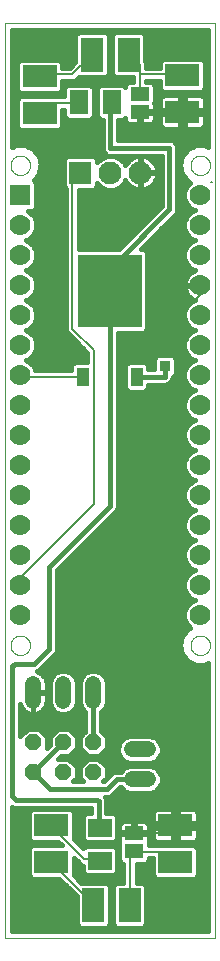
<source format=gtl>
G75*
%MOIN*%
%OFA0B0*%
%FSLAX25Y25*%
%IPPOS*%
%LPD*%
%AMOC8*
5,1,8,0,0,1.08239X$1,22.5*
%
%ADD10C,0.00000*%
%ADD11R,0.07000X0.07000*%
%ADD12C,0.07000*%
%ADD13R,0.07874X0.06299*%
%ADD14R,0.06299X0.07874*%
%ADD15R,0.21260X0.24409*%
%ADD16R,0.03937X0.06299*%
%ADD17R,0.11417X0.07480*%
%ADD18R,0.07480X0.11417*%
%ADD19R,0.07600X0.07600*%
%ADD20C,0.07600*%
%ADD21R,0.06300X0.04600*%
%ADD22C,0.05400*%
%ADD23OC8,0.05400*%
%ADD24C,0.00800*%
%ADD25C,0.01600*%
%ADD26R,0.03762X0.03762*%
D10*
X0001800Y0001800D02*
X0001800Y0306835D01*
X0071800Y0306835D01*
X0071800Y0001800D01*
X0001800Y0001800D01*
X0003550Y0099398D02*
X0003552Y0099511D01*
X0003558Y0099625D01*
X0003568Y0099738D01*
X0003582Y0099850D01*
X0003599Y0099962D01*
X0003621Y0100074D01*
X0003647Y0100184D01*
X0003676Y0100294D01*
X0003709Y0100402D01*
X0003746Y0100510D01*
X0003787Y0100615D01*
X0003831Y0100720D01*
X0003879Y0100823D01*
X0003930Y0100924D01*
X0003985Y0101023D01*
X0004044Y0101120D01*
X0004106Y0101215D01*
X0004171Y0101308D01*
X0004239Y0101399D01*
X0004310Y0101487D01*
X0004385Y0101573D01*
X0004462Y0101656D01*
X0004542Y0101736D01*
X0004625Y0101813D01*
X0004711Y0101888D01*
X0004799Y0101959D01*
X0004890Y0102027D01*
X0004983Y0102092D01*
X0005078Y0102154D01*
X0005175Y0102213D01*
X0005274Y0102268D01*
X0005375Y0102319D01*
X0005478Y0102367D01*
X0005583Y0102411D01*
X0005688Y0102452D01*
X0005796Y0102489D01*
X0005904Y0102522D01*
X0006014Y0102551D01*
X0006124Y0102577D01*
X0006236Y0102599D01*
X0006348Y0102616D01*
X0006460Y0102630D01*
X0006573Y0102640D01*
X0006687Y0102646D01*
X0006800Y0102648D01*
X0006913Y0102646D01*
X0007027Y0102640D01*
X0007140Y0102630D01*
X0007252Y0102616D01*
X0007364Y0102599D01*
X0007476Y0102577D01*
X0007586Y0102551D01*
X0007696Y0102522D01*
X0007804Y0102489D01*
X0007912Y0102452D01*
X0008017Y0102411D01*
X0008122Y0102367D01*
X0008225Y0102319D01*
X0008326Y0102268D01*
X0008425Y0102213D01*
X0008522Y0102154D01*
X0008617Y0102092D01*
X0008710Y0102027D01*
X0008801Y0101959D01*
X0008889Y0101888D01*
X0008975Y0101813D01*
X0009058Y0101736D01*
X0009138Y0101656D01*
X0009215Y0101573D01*
X0009290Y0101487D01*
X0009361Y0101399D01*
X0009429Y0101308D01*
X0009494Y0101215D01*
X0009556Y0101120D01*
X0009615Y0101023D01*
X0009670Y0100924D01*
X0009721Y0100823D01*
X0009769Y0100720D01*
X0009813Y0100615D01*
X0009854Y0100510D01*
X0009891Y0100402D01*
X0009924Y0100294D01*
X0009953Y0100184D01*
X0009979Y0100074D01*
X0010001Y0099962D01*
X0010018Y0099850D01*
X0010032Y0099738D01*
X0010042Y0099625D01*
X0010048Y0099511D01*
X0010050Y0099398D01*
X0010048Y0099285D01*
X0010042Y0099171D01*
X0010032Y0099058D01*
X0010018Y0098946D01*
X0010001Y0098834D01*
X0009979Y0098722D01*
X0009953Y0098612D01*
X0009924Y0098502D01*
X0009891Y0098394D01*
X0009854Y0098286D01*
X0009813Y0098181D01*
X0009769Y0098076D01*
X0009721Y0097973D01*
X0009670Y0097872D01*
X0009615Y0097773D01*
X0009556Y0097676D01*
X0009494Y0097581D01*
X0009429Y0097488D01*
X0009361Y0097397D01*
X0009290Y0097309D01*
X0009215Y0097223D01*
X0009138Y0097140D01*
X0009058Y0097060D01*
X0008975Y0096983D01*
X0008889Y0096908D01*
X0008801Y0096837D01*
X0008710Y0096769D01*
X0008617Y0096704D01*
X0008522Y0096642D01*
X0008425Y0096583D01*
X0008326Y0096528D01*
X0008225Y0096477D01*
X0008122Y0096429D01*
X0008017Y0096385D01*
X0007912Y0096344D01*
X0007804Y0096307D01*
X0007696Y0096274D01*
X0007586Y0096245D01*
X0007476Y0096219D01*
X0007364Y0096197D01*
X0007252Y0096180D01*
X0007140Y0096166D01*
X0007027Y0096156D01*
X0006913Y0096150D01*
X0006800Y0096148D01*
X0006687Y0096150D01*
X0006573Y0096156D01*
X0006460Y0096166D01*
X0006348Y0096180D01*
X0006236Y0096197D01*
X0006124Y0096219D01*
X0006014Y0096245D01*
X0005904Y0096274D01*
X0005796Y0096307D01*
X0005688Y0096344D01*
X0005583Y0096385D01*
X0005478Y0096429D01*
X0005375Y0096477D01*
X0005274Y0096528D01*
X0005175Y0096583D01*
X0005078Y0096642D01*
X0004983Y0096704D01*
X0004890Y0096769D01*
X0004799Y0096837D01*
X0004711Y0096908D01*
X0004625Y0096983D01*
X0004542Y0097060D01*
X0004462Y0097140D01*
X0004385Y0097223D01*
X0004310Y0097309D01*
X0004239Y0097397D01*
X0004171Y0097488D01*
X0004106Y0097581D01*
X0004044Y0097676D01*
X0003985Y0097773D01*
X0003930Y0097872D01*
X0003879Y0097973D01*
X0003831Y0098076D01*
X0003787Y0098181D01*
X0003746Y0098286D01*
X0003709Y0098394D01*
X0003676Y0098502D01*
X0003647Y0098612D01*
X0003621Y0098722D01*
X0003599Y0098834D01*
X0003582Y0098946D01*
X0003568Y0099058D01*
X0003558Y0099171D01*
X0003552Y0099285D01*
X0003550Y0099398D01*
X0003550Y0259398D02*
X0003552Y0259511D01*
X0003558Y0259625D01*
X0003568Y0259738D01*
X0003582Y0259850D01*
X0003599Y0259962D01*
X0003621Y0260074D01*
X0003647Y0260184D01*
X0003676Y0260294D01*
X0003709Y0260402D01*
X0003746Y0260510D01*
X0003787Y0260615D01*
X0003831Y0260720D01*
X0003879Y0260823D01*
X0003930Y0260924D01*
X0003985Y0261023D01*
X0004044Y0261120D01*
X0004106Y0261215D01*
X0004171Y0261308D01*
X0004239Y0261399D01*
X0004310Y0261487D01*
X0004385Y0261573D01*
X0004462Y0261656D01*
X0004542Y0261736D01*
X0004625Y0261813D01*
X0004711Y0261888D01*
X0004799Y0261959D01*
X0004890Y0262027D01*
X0004983Y0262092D01*
X0005078Y0262154D01*
X0005175Y0262213D01*
X0005274Y0262268D01*
X0005375Y0262319D01*
X0005478Y0262367D01*
X0005583Y0262411D01*
X0005688Y0262452D01*
X0005796Y0262489D01*
X0005904Y0262522D01*
X0006014Y0262551D01*
X0006124Y0262577D01*
X0006236Y0262599D01*
X0006348Y0262616D01*
X0006460Y0262630D01*
X0006573Y0262640D01*
X0006687Y0262646D01*
X0006800Y0262648D01*
X0006913Y0262646D01*
X0007027Y0262640D01*
X0007140Y0262630D01*
X0007252Y0262616D01*
X0007364Y0262599D01*
X0007476Y0262577D01*
X0007586Y0262551D01*
X0007696Y0262522D01*
X0007804Y0262489D01*
X0007912Y0262452D01*
X0008017Y0262411D01*
X0008122Y0262367D01*
X0008225Y0262319D01*
X0008326Y0262268D01*
X0008425Y0262213D01*
X0008522Y0262154D01*
X0008617Y0262092D01*
X0008710Y0262027D01*
X0008801Y0261959D01*
X0008889Y0261888D01*
X0008975Y0261813D01*
X0009058Y0261736D01*
X0009138Y0261656D01*
X0009215Y0261573D01*
X0009290Y0261487D01*
X0009361Y0261399D01*
X0009429Y0261308D01*
X0009494Y0261215D01*
X0009556Y0261120D01*
X0009615Y0261023D01*
X0009670Y0260924D01*
X0009721Y0260823D01*
X0009769Y0260720D01*
X0009813Y0260615D01*
X0009854Y0260510D01*
X0009891Y0260402D01*
X0009924Y0260294D01*
X0009953Y0260184D01*
X0009979Y0260074D01*
X0010001Y0259962D01*
X0010018Y0259850D01*
X0010032Y0259738D01*
X0010042Y0259625D01*
X0010048Y0259511D01*
X0010050Y0259398D01*
X0010048Y0259285D01*
X0010042Y0259171D01*
X0010032Y0259058D01*
X0010018Y0258946D01*
X0010001Y0258834D01*
X0009979Y0258722D01*
X0009953Y0258612D01*
X0009924Y0258502D01*
X0009891Y0258394D01*
X0009854Y0258286D01*
X0009813Y0258181D01*
X0009769Y0258076D01*
X0009721Y0257973D01*
X0009670Y0257872D01*
X0009615Y0257773D01*
X0009556Y0257676D01*
X0009494Y0257581D01*
X0009429Y0257488D01*
X0009361Y0257397D01*
X0009290Y0257309D01*
X0009215Y0257223D01*
X0009138Y0257140D01*
X0009058Y0257060D01*
X0008975Y0256983D01*
X0008889Y0256908D01*
X0008801Y0256837D01*
X0008710Y0256769D01*
X0008617Y0256704D01*
X0008522Y0256642D01*
X0008425Y0256583D01*
X0008326Y0256528D01*
X0008225Y0256477D01*
X0008122Y0256429D01*
X0008017Y0256385D01*
X0007912Y0256344D01*
X0007804Y0256307D01*
X0007696Y0256274D01*
X0007586Y0256245D01*
X0007476Y0256219D01*
X0007364Y0256197D01*
X0007252Y0256180D01*
X0007140Y0256166D01*
X0007027Y0256156D01*
X0006913Y0256150D01*
X0006800Y0256148D01*
X0006687Y0256150D01*
X0006573Y0256156D01*
X0006460Y0256166D01*
X0006348Y0256180D01*
X0006236Y0256197D01*
X0006124Y0256219D01*
X0006014Y0256245D01*
X0005904Y0256274D01*
X0005796Y0256307D01*
X0005688Y0256344D01*
X0005583Y0256385D01*
X0005478Y0256429D01*
X0005375Y0256477D01*
X0005274Y0256528D01*
X0005175Y0256583D01*
X0005078Y0256642D01*
X0004983Y0256704D01*
X0004890Y0256769D01*
X0004799Y0256837D01*
X0004711Y0256908D01*
X0004625Y0256983D01*
X0004542Y0257060D01*
X0004462Y0257140D01*
X0004385Y0257223D01*
X0004310Y0257309D01*
X0004239Y0257397D01*
X0004171Y0257488D01*
X0004106Y0257581D01*
X0004044Y0257676D01*
X0003985Y0257773D01*
X0003930Y0257872D01*
X0003879Y0257973D01*
X0003831Y0258076D01*
X0003787Y0258181D01*
X0003746Y0258286D01*
X0003709Y0258394D01*
X0003676Y0258502D01*
X0003647Y0258612D01*
X0003621Y0258722D01*
X0003599Y0258834D01*
X0003582Y0258946D01*
X0003568Y0259058D01*
X0003558Y0259171D01*
X0003552Y0259285D01*
X0003550Y0259398D01*
X0063550Y0259398D02*
X0063552Y0259511D01*
X0063558Y0259625D01*
X0063568Y0259738D01*
X0063582Y0259850D01*
X0063599Y0259962D01*
X0063621Y0260074D01*
X0063647Y0260184D01*
X0063676Y0260294D01*
X0063709Y0260402D01*
X0063746Y0260510D01*
X0063787Y0260615D01*
X0063831Y0260720D01*
X0063879Y0260823D01*
X0063930Y0260924D01*
X0063985Y0261023D01*
X0064044Y0261120D01*
X0064106Y0261215D01*
X0064171Y0261308D01*
X0064239Y0261399D01*
X0064310Y0261487D01*
X0064385Y0261573D01*
X0064462Y0261656D01*
X0064542Y0261736D01*
X0064625Y0261813D01*
X0064711Y0261888D01*
X0064799Y0261959D01*
X0064890Y0262027D01*
X0064983Y0262092D01*
X0065078Y0262154D01*
X0065175Y0262213D01*
X0065274Y0262268D01*
X0065375Y0262319D01*
X0065478Y0262367D01*
X0065583Y0262411D01*
X0065688Y0262452D01*
X0065796Y0262489D01*
X0065904Y0262522D01*
X0066014Y0262551D01*
X0066124Y0262577D01*
X0066236Y0262599D01*
X0066348Y0262616D01*
X0066460Y0262630D01*
X0066573Y0262640D01*
X0066687Y0262646D01*
X0066800Y0262648D01*
X0066913Y0262646D01*
X0067027Y0262640D01*
X0067140Y0262630D01*
X0067252Y0262616D01*
X0067364Y0262599D01*
X0067476Y0262577D01*
X0067586Y0262551D01*
X0067696Y0262522D01*
X0067804Y0262489D01*
X0067912Y0262452D01*
X0068017Y0262411D01*
X0068122Y0262367D01*
X0068225Y0262319D01*
X0068326Y0262268D01*
X0068425Y0262213D01*
X0068522Y0262154D01*
X0068617Y0262092D01*
X0068710Y0262027D01*
X0068801Y0261959D01*
X0068889Y0261888D01*
X0068975Y0261813D01*
X0069058Y0261736D01*
X0069138Y0261656D01*
X0069215Y0261573D01*
X0069290Y0261487D01*
X0069361Y0261399D01*
X0069429Y0261308D01*
X0069494Y0261215D01*
X0069556Y0261120D01*
X0069615Y0261023D01*
X0069670Y0260924D01*
X0069721Y0260823D01*
X0069769Y0260720D01*
X0069813Y0260615D01*
X0069854Y0260510D01*
X0069891Y0260402D01*
X0069924Y0260294D01*
X0069953Y0260184D01*
X0069979Y0260074D01*
X0070001Y0259962D01*
X0070018Y0259850D01*
X0070032Y0259738D01*
X0070042Y0259625D01*
X0070048Y0259511D01*
X0070050Y0259398D01*
X0070048Y0259285D01*
X0070042Y0259171D01*
X0070032Y0259058D01*
X0070018Y0258946D01*
X0070001Y0258834D01*
X0069979Y0258722D01*
X0069953Y0258612D01*
X0069924Y0258502D01*
X0069891Y0258394D01*
X0069854Y0258286D01*
X0069813Y0258181D01*
X0069769Y0258076D01*
X0069721Y0257973D01*
X0069670Y0257872D01*
X0069615Y0257773D01*
X0069556Y0257676D01*
X0069494Y0257581D01*
X0069429Y0257488D01*
X0069361Y0257397D01*
X0069290Y0257309D01*
X0069215Y0257223D01*
X0069138Y0257140D01*
X0069058Y0257060D01*
X0068975Y0256983D01*
X0068889Y0256908D01*
X0068801Y0256837D01*
X0068710Y0256769D01*
X0068617Y0256704D01*
X0068522Y0256642D01*
X0068425Y0256583D01*
X0068326Y0256528D01*
X0068225Y0256477D01*
X0068122Y0256429D01*
X0068017Y0256385D01*
X0067912Y0256344D01*
X0067804Y0256307D01*
X0067696Y0256274D01*
X0067586Y0256245D01*
X0067476Y0256219D01*
X0067364Y0256197D01*
X0067252Y0256180D01*
X0067140Y0256166D01*
X0067027Y0256156D01*
X0066913Y0256150D01*
X0066800Y0256148D01*
X0066687Y0256150D01*
X0066573Y0256156D01*
X0066460Y0256166D01*
X0066348Y0256180D01*
X0066236Y0256197D01*
X0066124Y0256219D01*
X0066014Y0256245D01*
X0065904Y0256274D01*
X0065796Y0256307D01*
X0065688Y0256344D01*
X0065583Y0256385D01*
X0065478Y0256429D01*
X0065375Y0256477D01*
X0065274Y0256528D01*
X0065175Y0256583D01*
X0065078Y0256642D01*
X0064983Y0256704D01*
X0064890Y0256769D01*
X0064799Y0256837D01*
X0064711Y0256908D01*
X0064625Y0256983D01*
X0064542Y0257060D01*
X0064462Y0257140D01*
X0064385Y0257223D01*
X0064310Y0257309D01*
X0064239Y0257397D01*
X0064171Y0257488D01*
X0064106Y0257581D01*
X0064044Y0257676D01*
X0063985Y0257773D01*
X0063930Y0257872D01*
X0063879Y0257973D01*
X0063831Y0258076D01*
X0063787Y0258181D01*
X0063746Y0258286D01*
X0063709Y0258394D01*
X0063676Y0258502D01*
X0063647Y0258612D01*
X0063621Y0258722D01*
X0063599Y0258834D01*
X0063582Y0258946D01*
X0063568Y0259058D01*
X0063558Y0259171D01*
X0063552Y0259285D01*
X0063550Y0259398D01*
X0063550Y0099398D02*
X0063552Y0099511D01*
X0063558Y0099625D01*
X0063568Y0099738D01*
X0063582Y0099850D01*
X0063599Y0099962D01*
X0063621Y0100074D01*
X0063647Y0100184D01*
X0063676Y0100294D01*
X0063709Y0100402D01*
X0063746Y0100510D01*
X0063787Y0100615D01*
X0063831Y0100720D01*
X0063879Y0100823D01*
X0063930Y0100924D01*
X0063985Y0101023D01*
X0064044Y0101120D01*
X0064106Y0101215D01*
X0064171Y0101308D01*
X0064239Y0101399D01*
X0064310Y0101487D01*
X0064385Y0101573D01*
X0064462Y0101656D01*
X0064542Y0101736D01*
X0064625Y0101813D01*
X0064711Y0101888D01*
X0064799Y0101959D01*
X0064890Y0102027D01*
X0064983Y0102092D01*
X0065078Y0102154D01*
X0065175Y0102213D01*
X0065274Y0102268D01*
X0065375Y0102319D01*
X0065478Y0102367D01*
X0065583Y0102411D01*
X0065688Y0102452D01*
X0065796Y0102489D01*
X0065904Y0102522D01*
X0066014Y0102551D01*
X0066124Y0102577D01*
X0066236Y0102599D01*
X0066348Y0102616D01*
X0066460Y0102630D01*
X0066573Y0102640D01*
X0066687Y0102646D01*
X0066800Y0102648D01*
X0066913Y0102646D01*
X0067027Y0102640D01*
X0067140Y0102630D01*
X0067252Y0102616D01*
X0067364Y0102599D01*
X0067476Y0102577D01*
X0067586Y0102551D01*
X0067696Y0102522D01*
X0067804Y0102489D01*
X0067912Y0102452D01*
X0068017Y0102411D01*
X0068122Y0102367D01*
X0068225Y0102319D01*
X0068326Y0102268D01*
X0068425Y0102213D01*
X0068522Y0102154D01*
X0068617Y0102092D01*
X0068710Y0102027D01*
X0068801Y0101959D01*
X0068889Y0101888D01*
X0068975Y0101813D01*
X0069058Y0101736D01*
X0069138Y0101656D01*
X0069215Y0101573D01*
X0069290Y0101487D01*
X0069361Y0101399D01*
X0069429Y0101308D01*
X0069494Y0101215D01*
X0069556Y0101120D01*
X0069615Y0101023D01*
X0069670Y0100924D01*
X0069721Y0100823D01*
X0069769Y0100720D01*
X0069813Y0100615D01*
X0069854Y0100510D01*
X0069891Y0100402D01*
X0069924Y0100294D01*
X0069953Y0100184D01*
X0069979Y0100074D01*
X0070001Y0099962D01*
X0070018Y0099850D01*
X0070032Y0099738D01*
X0070042Y0099625D01*
X0070048Y0099511D01*
X0070050Y0099398D01*
X0070048Y0099285D01*
X0070042Y0099171D01*
X0070032Y0099058D01*
X0070018Y0098946D01*
X0070001Y0098834D01*
X0069979Y0098722D01*
X0069953Y0098612D01*
X0069924Y0098502D01*
X0069891Y0098394D01*
X0069854Y0098286D01*
X0069813Y0098181D01*
X0069769Y0098076D01*
X0069721Y0097973D01*
X0069670Y0097872D01*
X0069615Y0097773D01*
X0069556Y0097676D01*
X0069494Y0097581D01*
X0069429Y0097488D01*
X0069361Y0097397D01*
X0069290Y0097309D01*
X0069215Y0097223D01*
X0069138Y0097140D01*
X0069058Y0097060D01*
X0068975Y0096983D01*
X0068889Y0096908D01*
X0068801Y0096837D01*
X0068710Y0096769D01*
X0068617Y0096704D01*
X0068522Y0096642D01*
X0068425Y0096583D01*
X0068326Y0096528D01*
X0068225Y0096477D01*
X0068122Y0096429D01*
X0068017Y0096385D01*
X0067912Y0096344D01*
X0067804Y0096307D01*
X0067696Y0096274D01*
X0067586Y0096245D01*
X0067476Y0096219D01*
X0067364Y0096197D01*
X0067252Y0096180D01*
X0067140Y0096166D01*
X0067027Y0096156D01*
X0066913Y0096150D01*
X0066800Y0096148D01*
X0066687Y0096150D01*
X0066573Y0096156D01*
X0066460Y0096166D01*
X0066348Y0096180D01*
X0066236Y0096197D01*
X0066124Y0096219D01*
X0066014Y0096245D01*
X0065904Y0096274D01*
X0065796Y0096307D01*
X0065688Y0096344D01*
X0065583Y0096385D01*
X0065478Y0096429D01*
X0065375Y0096477D01*
X0065274Y0096528D01*
X0065175Y0096583D01*
X0065078Y0096642D01*
X0064983Y0096704D01*
X0064890Y0096769D01*
X0064799Y0096837D01*
X0064711Y0096908D01*
X0064625Y0096983D01*
X0064542Y0097060D01*
X0064462Y0097140D01*
X0064385Y0097223D01*
X0064310Y0097309D01*
X0064239Y0097397D01*
X0064171Y0097488D01*
X0064106Y0097581D01*
X0064044Y0097676D01*
X0063985Y0097773D01*
X0063930Y0097872D01*
X0063879Y0097973D01*
X0063831Y0098076D01*
X0063787Y0098181D01*
X0063746Y0098286D01*
X0063709Y0098394D01*
X0063676Y0098502D01*
X0063647Y0098612D01*
X0063621Y0098722D01*
X0063599Y0098834D01*
X0063582Y0098946D01*
X0063568Y0099058D01*
X0063558Y0099171D01*
X0063552Y0099285D01*
X0063550Y0099398D01*
D11*
X0006800Y0249398D03*
D12*
X0006800Y0239398D03*
X0006800Y0229398D03*
X0006800Y0219398D03*
X0006800Y0209398D03*
X0006800Y0199398D03*
X0006800Y0189398D03*
X0006800Y0179398D03*
X0006800Y0169398D03*
X0006800Y0159398D03*
X0006800Y0149398D03*
X0006800Y0139398D03*
X0006800Y0129398D03*
X0006800Y0119398D03*
X0006800Y0109398D03*
X0066800Y0109398D03*
X0066800Y0119398D03*
X0066800Y0129398D03*
X0066800Y0139398D03*
X0066800Y0149398D03*
X0066800Y0159398D03*
X0066800Y0169398D03*
X0066800Y0179398D03*
X0066800Y0189398D03*
X0066800Y0199398D03*
X0066800Y0209398D03*
X0066800Y0219398D03*
X0066800Y0229398D03*
X0066800Y0239398D03*
X0066800Y0249398D03*
D13*
X0033430Y0038670D03*
X0033430Y0027646D03*
D14*
X0037312Y0280379D03*
X0026288Y0280379D03*
D15*
X0036619Y0217662D03*
D16*
X0045595Y0188922D03*
X0027643Y0188922D03*
D17*
X0013217Y0276800D03*
X0013217Y0289005D03*
X0060855Y0289398D03*
X0060855Y0277194D03*
X0058493Y0039398D03*
X0058493Y0027194D03*
X0017154Y0027194D03*
X0017154Y0039398D03*
D18*
X0031131Y0012824D03*
X0043335Y0012824D03*
X0042942Y0296288D03*
X0030737Y0296288D03*
D19*
X0026839Y0256918D03*
D20*
X0036839Y0256918D03*
X0046839Y0256918D03*
D21*
X0046682Y0277146D03*
X0046682Y0283146D03*
X0044713Y0036690D03*
X0044713Y0030690D03*
D22*
X0043982Y0054674D02*
X0049382Y0054674D01*
X0049382Y0064674D02*
X0043982Y0064674D01*
X0031091Y0080990D02*
X0031091Y0086390D01*
X0021091Y0086390D02*
X0021091Y0080990D01*
X0011091Y0080990D02*
X0011091Y0086390D01*
D23*
X0011091Y0067036D03*
X0011091Y0057036D03*
X0021091Y0057036D03*
X0021091Y0067036D03*
X0031091Y0067036D03*
X0031091Y0057036D03*
D24*
X0017800Y0038600D02*
X0028200Y0028200D01*
X0033000Y0028200D01*
X0033430Y0027646D01*
X0031400Y0013000D02*
X0031131Y0012824D01*
X0031400Y0013000D02*
X0017800Y0026600D01*
X0017154Y0027194D01*
X0017800Y0038600D02*
X0017154Y0039398D01*
X0007400Y0119400D02*
X0006800Y0119398D01*
X0007400Y0119400D02*
X0007400Y0122600D01*
X0031400Y0146600D01*
X0031400Y0197800D01*
X0024200Y0205000D01*
X0024200Y0253800D01*
X0026839Y0256918D01*
X0026600Y0256200D01*
X0024200Y0253800D01*
X0025800Y0280200D02*
X0026288Y0280379D01*
X0025800Y0280200D02*
X0017000Y0280200D01*
X0013217Y0276800D01*
X0013800Y0277000D01*
X0017000Y0280200D01*
X0013217Y0289005D02*
X0013800Y0289800D01*
X0024200Y0289800D01*
X0030600Y0296200D01*
X0030737Y0296288D01*
X0042942Y0296288D02*
X0043400Y0296200D01*
X0046600Y0293000D01*
X0046600Y0289800D01*
X0060200Y0289800D01*
X0060855Y0289398D01*
X0060200Y0277800D02*
X0060855Y0277194D01*
X0060200Y0277800D02*
X0047400Y0277800D01*
X0046682Y0277146D01*
X0046682Y0283146D02*
X0046600Y0283400D01*
X0046600Y0289800D01*
X0037000Y0217800D02*
X0036619Y0217662D01*
X0027400Y0189000D02*
X0027643Y0188922D01*
X0027400Y0189000D02*
X0007400Y0189000D01*
X0006800Y0189398D01*
X0045000Y0037000D02*
X0044713Y0036690D01*
X0045000Y0037000D02*
X0056200Y0037000D01*
X0057800Y0038600D01*
X0058493Y0039398D01*
X0058600Y0039400D01*
X0058600Y0208200D01*
X0066600Y0216200D01*
X0066600Y0218600D01*
X0066800Y0219398D01*
X0070300Y0253800D02*
X0070600Y0253800D01*
X0054600Y0030600D02*
X0045000Y0030600D01*
X0044713Y0030690D01*
X0044200Y0030600D01*
X0043400Y0029800D01*
X0043400Y0013000D01*
X0043335Y0012824D01*
X0057800Y0027400D02*
X0054600Y0030600D01*
X0057800Y0027400D02*
X0058493Y0027194D01*
D25*
X0059293Y0033858D02*
X0064439Y0033858D01*
X0064896Y0033981D01*
X0065307Y0034218D01*
X0065642Y0034553D01*
X0065879Y0034963D01*
X0066002Y0035421D01*
X0066002Y0038598D01*
X0059293Y0038598D01*
X0059293Y0033858D01*
X0059293Y0035369D02*
X0057693Y0035369D01*
X0057693Y0033858D02*
X0057693Y0038598D01*
X0059293Y0038598D01*
X0059293Y0040198D01*
X0066002Y0040198D01*
X0066002Y0043376D01*
X0065879Y0043833D01*
X0065642Y0044244D01*
X0065307Y0044579D01*
X0064896Y0044816D01*
X0064439Y0044939D01*
X0059293Y0044939D01*
X0059293Y0040198D01*
X0057693Y0040198D01*
X0057693Y0038598D01*
X0050984Y0038598D01*
X0050984Y0035421D01*
X0051107Y0034963D01*
X0051344Y0034553D01*
X0051679Y0034218D01*
X0052089Y0033981D01*
X0052547Y0033858D01*
X0057693Y0033858D01*
X0057693Y0036967D02*
X0059293Y0036967D01*
X0059293Y0038566D02*
X0057693Y0038566D01*
X0057693Y0040164D02*
X0049234Y0040164D01*
X0049304Y0040095D02*
X0048969Y0040430D01*
X0048558Y0040667D01*
X0048100Y0040790D01*
X0045063Y0040790D01*
X0045063Y0037040D01*
X0044363Y0037040D01*
X0044363Y0036340D01*
X0039763Y0036340D01*
X0039763Y0034153D01*
X0039852Y0033824D01*
X0039763Y0033735D01*
X0039763Y0027644D01*
X0040818Y0026590D01*
X0041200Y0026590D01*
X0041200Y0020332D01*
X0038850Y0020332D01*
X0037795Y0019278D01*
X0037795Y0006369D01*
X0038850Y0005315D01*
X0047821Y0005315D01*
X0048876Y0006369D01*
X0048876Y0019278D01*
X0047821Y0020332D01*
X0045600Y0020332D01*
X0045600Y0026590D01*
X0048609Y0026590D01*
X0049663Y0027644D01*
X0049663Y0028400D01*
X0050984Y0028400D01*
X0050984Y0022708D01*
X0052039Y0021654D01*
X0064947Y0021654D01*
X0066002Y0022708D01*
X0066002Y0031679D01*
X0064947Y0032734D01*
X0055577Y0032734D01*
X0055511Y0032800D01*
X0049663Y0032800D01*
X0049663Y0033735D01*
X0049575Y0033824D01*
X0049663Y0034153D01*
X0049663Y0036340D01*
X0045063Y0036340D01*
X0045063Y0037040D01*
X0049663Y0037040D01*
X0049663Y0039227D01*
X0049541Y0039685D01*
X0049304Y0040095D01*
X0049663Y0038566D02*
X0050984Y0038566D01*
X0050984Y0036967D02*
X0045063Y0036967D01*
X0044363Y0036967D02*
X0039167Y0036967D01*
X0039763Y0037040D02*
X0044363Y0037040D01*
X0044363Y0040790D01*
X0041326Y0040790D01*
X0040869Y0040667D01*
X0040458Y0040430D01*
X0040123Y0040095D01*
X0039886Y0039685D01*
X0039763Y0039227D01*
X0039763Y0037040D01*
X0039763Y0038566D02*
X0039167Y0038566D01*
X0039167Y0040164D02*
X0040192Y0040164D01*
X0039167Y0041763D02*
X0050984Y0041763D01*
X0050984Y0040198D02*
X0050984Y0043376D01*
X0051107Y0043833D01*
X0051344Y0044244D01*
X0051679Y0044579D01*
X0052089Y0044816D01*
X0052547Y0044939D01*
X0057693Y0044939D01*
X0057693Y0040198D01*
X0050984Y0040198D01*
X0050984Y0043361D02*
X0038371Y0043361D01*
X0038113Y0043620D02*
X0035502Y0043620D01*
X0035502Y0047986D01*
X0035163Y0048806D01*
X0036175Y0048806D01*
X0037131Y0049202D01*
X0037862Y0049934D01*
X0040003Y0052074D01*
X0040218Y0052074D01*
X0041433Y0050859D01*
X0043087Y0050174D01*
X0050277Y0050174D01*
X0051931Y0050859D01*
X0053197Y0052125D01*
X0053882Y0053779D01*
X0053882Y0055569D01*
X0053197Y0057223D01*
X0051931Y0058489D01*
X0050277Y0059174D01*
X0043087Y0059174D01*
X0041433Y0058489D01*
X0040218Y0057274D01*
X0038409Y0057274D01*
X0037453Y0056878D01*
X0034581Y0054006D01*
X0034425Y0054006D01*
X0035591Y0055172D01*
X0035591Y0058900D01*
X0032955Y0061536D01*
X0029227Y0061536D01*
X0026591Y0058900D01*
X0026591Y0055172D01*
X0027757Y0054006D01*
X0024425Y0054006D01*
X0025591Y0055172D01*
X0025591Y0058900D01*
X0022955Y0061536D01*
X0019268Y0061536D01*
X0020268Y0062536D01*
X0022955Y0062536D01*
X0025591Y0065172D01*
X0025591Y0068900D01*
X0022955Y0071536D01*
X0019227Y0071536D01*
X0016591Y0068900D01*
X0016591Y0066213D01*
X0015591Y0065213D01*
X0015591Y0068900D01*
X0012955Y0071536D01*
X0009227Y0071536D01*
X0006762Y0069071D01*
X0006762Y0079751D01*
X0006921Y0079262D01*
X0007243Y0078631D01*
X0007659Y0078058D01*
X0008160Y0077557D01*
X0008733Y0077141D01*
X0009364Y0076819D01*
X0010038Y0076601D01*
X0010737Y0076490D01*
X0010991Y0076490D01*
X0010991Y0083590D01*
X0011191Y0083590D01*
X0011191Y0076490D01*
X0011445Y0076490D01*
X0012145Y0076601D01*
X0012819Y0076819D01*
X0013450Y0077141D01*
X0014023Y0077557D01*
X0014524Y0078058D01*
X0014940Y0078631D01*
X0015262Y0079262D01*
X0015481Y0079936D01*
X0015591Y0080636D01*
X0015591Y0083590D01*
X0011191Y0083590D01*
X0011191Y0083790D01*
X0015591Y0083790D01*
X0015591Y0086744D01*
X0015481Y0087444D01*
X0015262Y0088117D01*
X0014940Y0088748D01*
X0014524Y0089321D01*
X0014023Y0089822D01*
X0013450Y0090238D01*
X0012819Y0090560D01*
X0012258Y0090742D01*
X0012722Y0090934D01*
X0013453Y0091666D01*
X0018571Y0096784D01*
X0018967Y0097740D01*
X0018967Y0124345D01*
X0038823Y0144201D01*
X0039219Y0145157D01*
X0039219Y0203657D01*
X0047994Y0203657D01*
X0049049Y0204712D01*
X0049049Y0230613D01*
X0047994Y0231667D01*
X0047155Y0231667D01*
X0058729Y0243241D01*
X0059124Y0244196D01*
X0059124Y0265703D01*
X0058729Y0266659D01*
X0057997Y0267390D01*
X0057042Y0267786D01*
X0039439Y0267786D01*
X0039439Y0274642D01*
X0041207Y0274642D01*
X0041732Y0275167D01*
X0041732Y0274609D01*
X0041855Y0274152D01*
X0042092Y0273741D01*
X0042427Y0273406D01*
X0042837Y0273169D01*
X0043295Y0273046D01*
X0046332Y0273046D01*
X0046332Y0276796D01*
X0047032Y0276796D01*
X0047032Y0273046D01*
X0050069Y0273046D01*
X0050527Y0273169D01*
X0050937Y0273406D01*
X0051272Y0273741D01*
X0051509Y0274152D01*
X0051632Y0274609D01*
X0051632Y0276796D01*
X0047032Y0276796D01*
X0047032Y0277496D01*
X0051632Y0277496D01*
X0051632Y0279683D01*
X0051544Y0280013D01*
X0051632Y0280101D01*
X0051632Y0286192D01*
X0050577Y0287246D01*
X0048800Y0287246D01*
X0048800Y0287600D01*
X0053346Y0287600D01*
X0053346Y0284913D01*
X0054401Y0283858D01*
X0067309Y0283858D01*
X0068364Y0284913D01*
X0068364Y0293884D01*
X0067309Y0294939D01*
X0054401Y0294939D01*
X0053346Y0293884D01*
X0053346Y0292000D01*
X0048800Y0292000D01*
X0048800Y0293911D01*
X0048482Y0294229D01*
X0048482Y0302742D01*
X0047427Y0303797D01*
X0038456Y0303797D01*
X0037402Y0302742D01*
X0037402Y0289834D01*
X0038456Y0288780D01*
X0044400Y0288780D01*
X0044400Y0287246D01*
X0042786Y0287246D01*
X0041732Y0286192D01*
X0041732Y0285591D01*
X0041207Y0286116D01*
X0033417Y0286116D01*
X0032362Y0285061D01*
X0032362Y0275696D01*
X0033417Y0274642D01*
X0034239Y0274642D01*
X0034239Y0264669D01*
X0034635Y0263713D01*
X0035367Y0262982D01*
X0036322Y0262586D01*
X0053924Y0262586D01*
X0053924Y0245790D01*
X0039801Y0231667D01*
X0026400Y0231667D01*
X0026400Y0251318D01*
X0031385Y0251318D01*
X0032439Y0252373D01*
X0032439Y0253399D01*
X0033667Y0252171D01*
X0035725Y0251318D01*
X0037953Y0251318D01*
X0040012Y0252171D01*
X0041587Y0253746D01*
X0041849Y0254378D01*
X0042050Y0253983D01*
X0042568Y0253270D01*
X0043191Y0252647D01*
X0043904Y0252129D01*
X0044690Y0251728D01*
X0045528Y0251456D01*
X0046399Y0251318D01*
X0046639Y0251318D01*
X0046639Y0256718D01*
X0047039Y0256718D01*
X0047039Y0251318D01*
X0047280Y0251318D01*
X0048151Y0251456D01*
X0048989Y0251728D01*
X0049774Y0252129D01*
X0050488Y0252647D01*
X0051111Y0253270D01*
X0051629Y0253983D01*
X0052029Y0254768D01*
X0052301Y0255607D01*
X0052439Y0256477D01*
X0052439Y0256718D01*
X0047039Y0256718D01*
X0047039Y0257118D01*
X0046639Y0257118D01*
X0046639Y0262518D01*
X0046399Y0262518D01*
X0045528Y0262380D01*
X0044690Y0262108D01*
X0043904Y0261708D01*
X0043191Y0261190D01*
X0042568Y0260566D01*
X0042050Y0259853D01*
X0041849Y0259458D01*
X0041587Y0260090D01*
X0040012Y0261666D01*
X0037953Y0262518D01*
X0035725Y0262518D01*
X0033667Y0261666D01*
X0032439Y0260438D01*
X0032439Y0261464D01*
X0031385Y0262518D01*
X0022294Y0262518D01*
X0021239Y0261464D01*
X0021239Y0252373D01*
X0022000Y0251612D01*
X0022000Y0204089D01*
X0023289Y0202800D01*
X0029200Y0196889D01*
X0029200Y0193872D01*
X0024928Y0193872D01*
X0023874Y0192817D01*
X0023874Y0191200D01*
X0011790Y0191200D01*
X0011293Y0192401D01*
X0009802Y0193892D01*
X0008578Y0194398D01*
X0009802Y0194905D01*
X0011293Y0196396D01*
X0012100Y0198344D01*
X0012100Y0200453D01*
X0011293Y0202401D01*
X0009802Y0203892D01*
X0008578Y0204398D01*
X0009802Y0204905D01*
X0011293Y0206396D01*
X0012100Y0208344D01*
X0012100Y0210453D01*
X0011293Y0212401D01*
X0009802Y0213892D01*
X0008578Y0214398D01*
X0009802Y0214905D01*
X0011293Y0216396D01*
X0012100Y0218344D01*
X0012100Y0220453D01*
X0011293Y0222401D01*
X0009802Y0223892D01*
X0008578Y0224398D01*
X0009802Y0224905D01*
X0011293Y0226396D01*
X0012100Y0228344D01*
X0012100Y0230453D01*
X0011293Y0232401D01*
X0009802Y0233892D01*
X0008578Y0234398D01*
X0009802Y0234905D01*
X0011293Y0236396D01*
X0012100Y0238344D01*
X0012100Y0240453D01*
X0011293Y0242401D01*
X0009802Y0243892D01*
X0009303Y0244098D01*
X0011046Y0244098D01*
X0012100Y0245153D01*
X0012100Y0253644D01*
X0011316Y0254428D01*
X0012927Y0256448D01*
X0013600Y0259398D01*
X0012927Y0262349D01*
X0011040Y0264715D01*
X0011040Y0264715D01*
X0008313Y0266028D01*
X0005287Y0266028D01*
X0004100Y0265456D01*
X0004100Y0304535D01*
X0069500Y0304535D01*
X0069500Y0265456D01*
X0068313Y0266028D01*
X0065287Y0266028D01*
X0062560Y0264715D01*
X0060673Y0262349D01*
X0060673Y0262349D01*
X0060000Y0259398D01*
X0060673Y0256448D01*
X0062560Y0254082D01*
X0062560Y0254082D01*
X0063524Y0253618D01*
X0062307Y0252401D01*
X0061500Y0250453D01*
X0061500Y0248344D01*
X0062307Y0246396D01*
X0063798Y0244905D01*
X0065022Y0244398D01*
X0063798Y0243892D01*
X0062307Y0242401D01*
X0061500Y0240453D01*
X0061500Y0238344D01*
X0062307Y0236396D01*
X0063798Y0234905D01*
X0065022Y0234398D01*
X0063798Y0233892D01*
X0062307Y0232401D01*
X0061500Y0230453D01*
X0061500Y0228344D01*
X0062307Y0226396D01*
X0063798Y0224905D01*
X0065028Y0224396D01*
X0064766Y0224310D01*
X0064022Y0223931D01*
X0063347Y0223441D01*
X0062757Y0222851D01*
X0062267Y0222176D01*
X0061888Y0221433D01*
X0061630Y0220640D01*
X0061500Y0219816D01*
X0061500Y0219498D01*
X0066700Y0219498D01*
X0066700Y0219298D01*
X0061500Y0219298D01*
X0061500Y0218981D01*
X0061630Y0218157D01*
X0061888Y0217364D01*
X0062267Y0216621D01*
X0062757Y0215946D01*
X0063347Y0215356D01*
X0064022Y0214865D01*
X0064766Y0214487D01*
X0065028Y0214401D01*
X0063798Y0213892D01*
X0062307Y0212401D01*
X0061500Y0210453D01*
X0061500Y0208344D01*
X0062307Y0206396D01*
X0063798Y0204905D01*
X0065022Y0204398D01*
X0063798Y0203892D01*
X0062307Y0202401D01*
X0061500Y0200453D01*
X0061500Y0198344D01*
X0062307Y0196396D01*
X0063798Y0194905D01*
X0065022Y0194398D01*
X0063798Y0193892D01*
X0062307Y0192401D01*
X0061500Y0190453D01*
X0061500Y0188344D01*
X0062307Y0186396D01*
X0063798Y0184905D01*
X0065022Y0184398D01*
X0063798Y0183892D01*
X0062307Y0182401D01*
X0061500Y0180453D01*
X0061500Y0178344D01*
X0062307Y0176396D01*
X0063798Y0174905D01*
X0065022Y0174398D01*
X0063798Y0173892D01*
X0062307Y0172401D01*
X0061500Y0170453D01*
X0061500Y0168344D01*
X0062307Y0166396D01*
X0063798Y0164905D01*
X0065022Y0164398D01*
X0063798Y0163892D01*
X0062307Y0162401D01*
X0061500Y0160453D01*
X0061500Y0158344D01*
X0062307Y0156396D01*
X0063798Y0154905D01*
X0065022Y0154398D01*
X0063798Y0153892D01*
X0062307Y0152401D01*
X0061500Y0150453D01*
X0061500Y0148344D01*
X0062307Y0146396D01*
X0063798Y0144905D01*
X0065022Y0144398D01*
X0063798Y0143892D01*
X0062307Y0142401D01*
X0061500Y0140453D01*
X0061500Y0138344D01*
X0062307Y0136396D01*
X0063798Y0134905D01*
X0065022Y0134398D01*
X0063798Y0133892D01*
X0062307Y0132401D01*
X0061500Y0130453D01*
X0061500Y0128344D01*
X0062307Y0126396D01*
X0063798Y0124905D01*
X0065022Y0124398D01*
X0063798Y0123892D01*
X0062307Y0122401D01*
X0061500Y0120453D01*
X0061500Y0118344D01*
X0062307Y0116396D01*
X0063798Y0114905D01*
X0065022Y0114398D01*
X0063798Y0113892D01*
X0062307Y0112401D01*
X0061500Y0110453D01*
X0061500Y0108344D01*
X0062307Y0106396D01*
X0063524Y0105179D01*
X0062560Y0104715D01*
X0060673Y0102349D01*
X0060673Y0102349D01*
X0060000Y0099398D01*
X0060673Y0096448D01*
X0060673Y0096448D01*
X0062560Y0094082D01*
X0065287Y0092769D01*
X0068313Y0092769D01*
X0069500Y0093340D01*
X0069500Y0004100D01*
X0004100Y0004100D01*
X0004100Y0045564D01*
X0004826Y0045263D01*
X0030302Y0045263D01*
X0030302Y0043620D01*
X0028747Y0043620D01*
X0027693Y0042565D01*
X0027693Y0034775D01*
X0028747Y0033720D01*
X0038113Y0033720D01*
X0039167Y0034775D01*
X0039167Y0042565D01*
X0038113Y0043620D01*
X0037684Y0049755D02*
X0069500Y0049755D01*
X0069500Y0048157D02*
X0035432Y0048157D01*
X0035502Y0046558D02*
X0069500Y0046558D01*
X0069500Y0044960D02*
X0035502Y0044960D01*
X0035658Y0051406D02*
X0016721Y0051406D01*
X0011091Y0057036D01*
X0021091Y0067036D01*
X0022962Y0062543D02*
X0029220Y0062543D01*
X0029227Y0062536D02*
X0032955Y0062536D01*
X0035591Y0065172D01*
X0035591Y0068900D01*
X0033691Y0070800D01*
X0033691Y0077226D01*
X0034906Y0078441D01*
X0035591Y0080095D01*
X0035591Y0087285D01*
X0034906Y0088939D01*
X0033640Y0090205D01*
X0031986Y0090890D01*
X0030196Y0090890D01*
X0028542Y0090205D01*
X0027276Y0088939D01*
X0026591Y0087285D01*
X0026591Y0080095D01*
X0027276Y0078441D01*
X0028491Y0077226D01*
X0028491Y0070800D01*
X0026591Y0068900D01*
X0026591Y0065172D01*
X0029227Y0062536D01*
X0028636Y0060945D02*
X0023547Y0060945D01*
X0024561Y0064142D02*
X0027622Y0064142D01*
X0026591Y0065740D02*
X0025591Y0065740D01*
X0025591Y0067339D02*
X0026591Y0067339D01*
X0026629Y0068937D02*
X0025554Y0068937D01*
X0023956Y0070536D02*
X0028227Y0070536D01*
X0028491Y0072134D02*
X0006762Y0072134D01*
X0006762Y0070536D02*
X0008227Y0070536D01*
X0006762Y0073733D02*
X0028491Y0073733D01*
X0028491Y0075332D02*
X0006762Y0075332D01*
X0006762Y0076930D02*
X0009147Y0076930D01*
X0007317Y0078529D02*
X0006762Y0078529D01*
X0004162Y0092351D02*
X0004162Y0049044D01*
X0005343Y0047863D01*
X0032509Y0047863D01*
X0032902Y0047469D01*
X0032902Y0039198D01*
X0033430Y0038670D01*
X0030302Y0044960D02*
X0004100Y0044960D01*
X0004100Y0043361D02*
X0009646Y0043361D01*
X0009646Y0043884D02*
X0009646Y0034913D01*
X0010700Y0033858D01*
X0019430Y0033858D01*
X0020555Y0032734D01*
X0010700Y0032734D01*
X0009646Y0031679D01*
X0009646Y0022708D01*
X0010700Y0021654D01*
X0019635Y0021654D01*
X0025591Y0015698D01*
X0025591Y0006369D01*
X0026645Y0005315D01*
X0035616Y0005315D01*
X0036671Y0006369D01*
X0036671Y0019278D01*
X0035616Y0020332D01*
X0027179Y0020332D01*
X0024663Y0022848D01*
X0024663Y0028626D01*
X0027289Y0026000D01*
X0027693Y0026000D01*
X0027693Y0023751D01*
X0028747Y0022697D01*
X0038113Y0022697D01*
X0039167Y0023751D01*
X0039167Y0031542D01*
X0038113Y0032596D01*
X0028747Y0032596D01*
X0027831Y0031680D01*
X0024631Y0034880D01*
X0024663Y0034913D01*
X0024663Y0043884D01*
X0023609Y0044939D01*
X0010700Y0044939D01*
X0009646Y0043884D01*
X0009646Y0041763D02*
X0004100Y0041763D01*
X0004100Y0040164D02*
X0009646Y0040164D01*
X0009646Y0038566D02*
X0004100Y0038566D01*
X0004100Y0036967D02*
X0009646Y0036967D01*
X0009646Y0035369D02*
X0004100Y0035369D01*
X0004100Y0033770D02*
X0019518Y0033770D01*
X0020307Y0020982D02*
X0004100Y0020982D01*
X0004100Y0019384D02*
X0021905Y0019384D01*
X0023504Y0017785D02*
X0004100Y0017785D01*
X0004100Y0016187D02*
X0025102Y0016187D01*
X0025591Y0014588D02*
X0004100Y0014588D01*
X0004100Y0012990D02*
X0025591Y0012990D01*
X0025591Y0011391D02*
X0004100Y0011391D01*
X0004100Y0009793D02*
X0025591Y0009793D01*
X0025591Y0008194D02*
X0004100Y0008194D01*
X0004100Y0006596D02*
X0025591Y0006596D01*
X0026529Y0020982D02*
X0041200Y0020982D01*
X0041200Y0022581D02*
X0024931Y0022581D01*
X0024663Y0024179D02*
X0027693Y0024179D01*
X0027693Y0025778D02*
X0024663Y0025778D01*
X0024663Y0027376D02*
X0025913Y0027376D01*
X0027340Y0032172D02*
X0028323Y0032172D01*
X0028698Y0033770D02*
X0025741Y0033770D01*
X0024663Y0035369D02*
X0027693Y0035369D01*
X0027693Y0036967D02*
X0024663Y0036967D01*
X0024663Y0038566D02*
X0027693Y0038566D01*
X0027693Y0040164D02*
X0024663Y0040164D01*
X0024663Y0041763D02*
X0027693Y0041763D01*
X0028489Y0043361D02*
X0024663Y0043361D01*
X0024970Y0054551D02*
X0027213Y0054551D01*
X0026591Y0056149D02*
X0025591Y0056149D01*
X0025591Y0057748D02*
X0026591Y0057748D01*
X0027038Y0059346D02*
X0025145Y0059346D01*
X0021986Y0076490D02*
X0023640Y0077175D01*
X0024906Y0078441D01*
X0025591Y0080095D01*
X0025591Y0087285D01*
X0024906Y0088939D01*
X0023640Y0090205D01*
X0021986Y0090890D01*
X0020196Y0090890D01*
X0018542Y0090205D01*
X0017276Y0088939D01*
X0016591Y0087285D01*
X0016591Y0080095D01*
X0017276Y0078441D01*
X0018542Y0077175D01*
X0020196Y0076490D01*
X0021986Y0076490D01*
X0023049Y0076930D02*
X0028491Y0076930D01*
X0027240Y0078529D02*
X0024943Y0078529D01*
X0025591Y0080127D02*
X0026591Y0080127D01*
X0026591Y0081726D02*
X0025591Y0081726D01*
X0025591Y0083324D02*
X0026591Y0083324D01*
X0026591Y0084923D02*
X0025591Y0084923D01*
X0025591Y0086521D02*
X0026591Y0086521D01*
X0026937Y0088120D02*
X0025246Y0088120D01*
X0024127Y0089718D02*
X0028056Y0089718D01*
X0031091Y0083690D02*
X0031091Y0067036D01*
X0032963Y0062543D02*
X0039994Y0062543D01*
X0040167Y0062125D02*
X0041433Y0060859D01*
X0043087Y0060174D01*
X0050277Y0060174D01*
X0051931Y0060859D01*
X0053197Y0062125D01*
X0053882Y0063779D01*
X0053882Y0065569D01*
X0053197Y0067223D01*
X0051931Y0068489D01*
X0050277Y0069174D01*
X0043087Y0069174D01*
X0041433Y0068489D01*
X0040167Y0067223D01*
X0039482Y0065569D01*
X0039482Y0063779D01*
X0040167Y0062125D01*
X0039482Y0064142D02*
X0034561Y0064142D01*
X0035591Y0065740D02*
X0039553Y0065740D01*
X0040283Y0067339D02*
X0035591Y0067339D01*
X0035554Y0068937D02*
X0042516Y0068937D01*
X0041347Y0060945D02*
X0033547Y0060945D01*
X0034970Y0054551D02*
X0035126Y0054551D01*
X0035591Y0056149D02*
X0036724Y0056149D01*
X0035591Y0057748D02*
X0040692Y0057748D01*
X0038926Y0054674D02*
X0035658Y0051406D01*
X0035145Y0059346D02*
X0069500Y0059346D01*
X0069500Y0057748D02*
X0052672Y0057748D01*
X0053642Y0056149D02*
X0069500Y0056149D01*
X0069500Y0054551D02*
X0053882Y0054551D01*
X0053540Y0052952D02*
X0069500Y0052952D01*
X0069500Y0051354D02*
X0052426Y0051354D01*
X0052017Y0060945D02*
X0069500Y0060945D01*
X0069500Y0062543D02*
X0053370Y0062543D01*
X0053882Y0064142D02*
X0069500Y0064142D01*
X0069500Y0065740D02*
X0053811Y0065740D01*
X0053081Y0067339D02*
X0069500Y0067339D01*
X0069500Y0068937D02*
X0050848Y0068937D01*
X0046682Y0054674D02*
X0038926Y0054674D01*
X0039283Y0051354D02*
X0040938Y0051354D01*
X0044363Y0040164D02*
X0045063Y0040164D01*
X0045063Y0038566D02*
X0044363Y0038566D01*
X0045600Y0025778D02*
X0050984Y0025778D01*
X0050984Y0027376D02*
X0049395Y0027376D01*
X0050984Y0024179D02*
X0045600Y0024179D01*
X0045600Y0022581D02*
X0051112Y0022581D01*
X0048770Y0019384D02*
X0069500Y0019384D01*
X0069500Y0020982D02*
X0045600Y0020982D01*
X0048876Y0017785D02*
X0069500Y0017785D01*
X0069500Y0016187D02*
X0048876Y0016187D01*
X0048876Y0014588D02*
X0069500Y0014588D01*
X0069500Y0012990D02*
X0048876Y0012990D01*
X0048876Y0011391D02*
X0069500Y0011391D01*
X0069500Y0009793D02*
X0048876Y0009793D01*
X0048876Y0008194D02*
X0069500Y0008194D01*
X0069500Y0006596D02*
X0048876Y0006596D01*
X0049628Y0033770D02*
X0069500Y0033770D01*
X0069500Y0032172D02*
X0065509Y0032172D01*
X0066002Y0030573D02*
X0069500Y0030573D01*
X0069500Y0028975D02*
X0066002Y0028975D01*
X0066002Y0027376D02*
X0069500Y0027376D01*
X0069500Y0025778D02*
X0066002Y0025778D01*
X0066002Y0024179D02*
X0069500Y0024179D01*
X0069500Y0022581D02*
X0065874Y0022581D01*
X0065987Y0035369D02*
X0069500Y0035369D01*
X0069500Y0036967D02*
X0066002Y0036967D01*
X0066002Y0038566D02*
X0069500Y0038566D01*
X0069500Y0040164D02*
X0059293Y0040164D01*
X0059293Y0041763D02*
X0057693Y0041763D01*
X0057693Y0043361D02*
X0059293Y0043361D01*
X0066002Y0043361D02*
X0069500Y0043361D01*
X0069500Y0041763D02*
X0066002Y0041763D01*
X0069500Y0070536D02*
X0033956Y0070536D01*
X0033691Y0072134D02*
X0069500Y0072134D01*
X0069500Y0073733D02*
X0033691Y0073733D01*
X0033691Y0075332D02*
X0069500Y0075332D01*
X0069500Y0076930D02*
X0033691Y0076930D01*
X0034943Y0078529D02*
X0069500Y0078529D01*
X0069500Y0080127D02*
X0035591Y0080127D01*
X0035591Y0081726D02*
X0069500Y0081726D01*
X0069500Y0083324D02*
X0035591Y0083324D01*
X0035591Y0084923D02*
X0069500Y0084923D01*
X0069500Y0086521D02*
X0035591Y0086521D01*
X0035246Y0088120D02*
X0069500Y0088120D01*
X0069500Y0089718D02*
X0034127Y0089718D01*
X0024303Y0129681D02*
X0061500Y0129681D01*
X0061608Y0128082D02*
X0022704Y0128082D01*
X0021106Y0126484D02*
X0062271Y0126484D01*
X0061842Y0131279D02*
X0025901Y0131279D01*
X0027500Y0132878D02*
X0062784Y0132878D01*
X0062628Y0136075D02*
X0030697Y0136075D01*
X0032295Y0137673D02*
X0061778Y0137673D01*
X0061500Y0139272D02*
X0033894Y0139272D01*
X0035492Y0140870D02*
X0061673Y0140870D01*
X0062375Y0142469D02*
X0037091Y0142469D01*
X0036619Y0145674D02*
X0016367Y0125422D01*
X0016367Y0098257D01*
X0011249Y0093139D01*
X0004950Y0093139D01*
X0004162Y0092351D01*
X0010991Y0083324D02*
X0011191Y0083324D01*
X0011191Y0081726D02*
X0010991Y0081726D01*
X0010991Y0080127D02*
X0011191Y0080127D01*
X0011191Y0078529D02*
X0010991Y0078529D01*
X0010991Y0076930D02*
X0011191Y0076930D01*
X0013036Y0076930D02*
X0019133Y0076930D01*
X0018227Y0070536D02*
X0013956Y0070536D01*
X0015554Y0068937D02*
X0016629Y0068937D01*
X0016591Y0067339D02*
X0015591Y0067339D01*
X0015591Y0065740D02*
X0016119Y0065740D01*
X0017240Y0078529D02*
X0014865Y0078529D01*
X0015511Y0080127D02*
X0016591Y0080127D01*
X0016591Y0081726D02*
X0015591Y0081726D01*
X0015591Y0083324D02*
X0016591Y0083324D01*
X0016591Y0084923D02*
X0015591Y0084923D01*
X0015591Y0086521D02*
X0016591Y0086521D01*
X0016937Y0088120D02*
X0015260Y0088120D01*
X0014127Y0089718D02*
X0018056Y0089718D01*
X0016301Y0094514D02*
X0062216Y0094514D01*
X0062560Y0094082D02*
X0062560Y0094082D01*
X0060941Y0096112D02*
X0017899Y0096112D01*
X0018955Y0097711D02*
X0060385Y0097711D01*
X0060020Y0099309D02*
X0018967Y0099309D01*
X0018967Y0100908D02*
X0060344Y0100908D01*
X0060799Y0102506D02*
X0018967Y0102506D01*
X0018967Y0104105D02*
X0062074Y0104105D01*
X0062560Y0104715D02*
X0062560Y0104715D01*
X0062560Y0104715D01*
X0063000Y0105703D02*
X0018967Y0105703D01*
X0018967Y0107302D02*
X0061932Y0107302D01*
X0061500Y0108900D02*
X0018967Y0108900D01*
X0018967Y0110499D02*
X0061519Y0110499D01*
X0062181Y0112097D02*
X0018967Y0112097D01*
X0018967Y0113696D02*
X0063602Y0113696D01*
X0063409Y0115294D02*
X0018967Y0115294D01*
X0018967Y0116893D02*
X0062101Y0116893D01*
X0061500Y0118491D02*
X0018967Y0118491D01*
X0018967Y0120090D02*
X0061500Y0120090D01*
X0062012Y0121688D02*
X0018967Y0121688D01*
X0018967Y0123287D02*
X0063193Y0123287D01*
X0063846Y0124885D02*
X0019507Y0124885D01*
X0014702Y0092915D02*
X0064983Y0092915D01*
X0068617Y0092915D02*
X0069500Y0092915D01*
X0069500Y0091317D02*
X0013104Y0091317D01*
X0010138Y0032172D02*
X0004100Y0032172D01*
X0004100Y0030573D02*
X0009646Y0030573D01*
X0009646Y0028975D02*
X0004100Y0028975D01*
X0004100Y0027376D02*
X0009646Y0027376D01*
X0009646Y0025778D02*
X0004100Y0025778D01*
X0004100Y0024179D02*
X0009646Y0024179D01*
X0009773Y0022581D02*
X0004100Y0022581D01*
X0004100Y0004997D02*
X0069500Y0004997D01*
X0050998Y0035369D02*
X0049663Y0035369D01*
X0041200Y0025778D02*
X0039167Y0025778D01*
X0039167Y0027376D02*
X0040031Y0027376D01*
X0039763Y0028975D02*
X0039167Y0028975D01*
X0039167Y0030573D02*
X0039763Y0030573D01*
X0039763Y0032172D02*
X0038537Y0032172D01*
X0038162Y0033770D02*
X0039798Y0033770D01*
X0039763Y0035369D02*
X0039167Y0035369D01*
X0039167Y0024179D02*
X0041200Y0024179D01*
X0037901Y0019384D02*
X0036565Y0019384D01*
X0036671Y0017785D02*
X0037795Y0017785D01*
X0037795Y0016187D02*
X0036671Y0016187D01*
X0036671Y0014588D02*
X0037795Y0014588D01*
X0037795Y0012990D02*
X0036671Y0012990D01*
X0036671Y0011391D02*
X0037795Y0011391D01*
X0037795Y0009793D02*
X0036671Y0009793D01*
X0036671Y0008194D02*
X0037795Y0008194D01*
X0037795Y0006596D02*
X0036671Y0006596D01*
X0029098Y0134476D02*
X0064833Y0134476D01*
X0064223Y0144068D02*
X0038689Y0144068D01*
X0039219Y0145666D02*
X0063037Y0145666D01*
X0061947Y0147265D02*
X0039219Y0147265D01*
X0039219Y0148863D02*
X0061500Y0148863D01*
X0061504Y0150462D02*
X0039219Y0150462D01*
X0039219Y0152060D02*
X0062166Y0152060D01*
X0063446Y0155257D02*
X0039219Y0155257D01*
X0039219Y0153659D02*
X0063565Y0153659D01*
X0062117Y0156856D02*
X0039219Y0156856D01*
X0039219Y0158454D02*
X0061500Y0158454D01*
X0061500Y0160053D02*
X0039219Y0160053D01*
X0039219Y0161651D02*
X0061996Y0161651D01*
X0062286Y0166447D02*
X0039219Y0166447D01*
X0039219Y0168045D02*
X0061624Y0168045D01*
X0061500Y0169644D02*
X0039219Y0169644D01*
X0039219Y0171242D02*
X0061827Y0171242D01*
X0062747Y0172841D02*
X0039219Y0172841D01*
X0039219Y0174439D02*
X0064923Y0174439D01*
X0062665Y0176038D02*
X0039219Y0176038D01*
X0039219Y0177636D02*
X0061793Y0177636D01*
X0061500Y0179235D02*
X0039219Y0179235D01*
X0039219Y0180833D02*
X0061658Y0180833D01*
X0062338Y0182432D02*
X0039219Y0182432D01*
X0039219Y0184030D02*
X0042823Y0184030D01*
X0042881Y0183972D02*
X0048309Y0183972D01*
X0049364Y0185027D01*
X0049364Y0186322D01*
X0055467Y0186322D01*
X0056422Y0186718D01*
X0057154Y0187449D01*
X0057550Y0188405D01*
X0057550Y0188670D01*
X0057576Y0188670D01*
X0058631Y0189724D01*
X0058631Y0194978D01*
X0057576Y0196032D01*
X0052323Y0196032D01*
X0051269Y0194978D01*
X0051269Y0191522D01*
X0049364Y0191522D01*
X0049364Y0192817D01*
X0048309Y0193872D01*
X0042881Y0193872D01*
X0041827Y0192817D01*
X0041827Y0185027D01*
X0042881Y0183972D01*
X0041827Y0185629D02*
X0039219Y0185629D01*
X0039219Y0187227D02*
X0041827Y0187227D01*
X0041827Y0188826D02*
X0039219Y0188826D01*
X0039219Y0190424D02*
X0041827Y0190424D01*
X0041827Y0192023D02*
X0039219Y0192023D01*
X0039219Y0193621D02*
X0042631Y0193621D01*
X0045595Y0188922D02*
X0054950Y0188922D01*
X0054950Y0192351D01*
X0056932Y0187227D02*
X0061963Y0187227D01*
X0061500Y0188826D02*
X0057732Y0188826D01*
X0058631Y0190424D02*
X0061500Y0190424D01*
X0062150Y0192023D02*
X0058631Y0192023D01*
X0058631Y0193621D02*
X0063528Y0193621D01*
X0063483Y0195220D02*
X0058389Y0195220D01*
X0061500Y0198417D02*
X0039219Y0198417D01*
X0039219Y0200015D02*
X0061500Y0200015D01*
X0061981Y0201614D02*
X0039219Y0201614D01*
X0039219Y0203212D02*
X0063119Y0203212D01*
X0064026Y0204811D02*
X0049049Y0204811D01*
X0049049Y0206409D02*
X0062301Y0206409D01*
X0061639Y0208008D02*
X0049049Y0208008D01*
X0049049Y0209606D02*
X0061500Y0209606D01*
X0061812Y0211205D02*
X0049049Y0211205D01*
X0049049Y0212803D02*
X0062710Y0212803D01*
X0062718Y0216001D02*
X0049049Y0216001D01*
X0049049Y0217599D02*
X0061812Y0217599D01*
X0061500Y0219198D02*
X0049049Y0219198D01*
X0049049Y0220796D02*
X0061681Y0220796D01*
X0062426Y0222395D02*
X0049049Y0222395D01*
X0049049Y0223993D02*
X0064143Y0223993D01*
X0063112Y0225592D02*
X0049049Y0225592D01*
X0049049Y0227190D02*
X0061978Y0227190D01*
X0061500Y0228789D02*
X0049049Y0228789D01*
X0049049Y0230387D02*
X0061500Y0230387D01*
X0062135Y0231986D02*
X0047474Y0231986D01*
X0046514Y0238380D02*
X0026400Y0238380D01*
X0026400Y0239978D02*
X0048112Y0239978D01*
X0049072Y0233584D02*
X0063490Y0233584D01*
X0063520Y0235183D02*
X0050671Y0235183D01*
X0052269Y0236781D02*
X0062147Y0236781D01*
X0061500Y0238380D02*
X0053868Y0238380D01*
X0055466Y0239978D02*
X0061500Y0239978D01*
X0061966Y0241577D02*
X0057065Y0241577D01*
X0056524Y0244713D02*
X0038808Y0226997D01*
X0038808Y0219851D01*
X0036619Y0217662D01*
X0036619Y0145674D01*
X0039219Y0163250D02*
X0063156Y0163250D01*
X0063936Y0164848D02*
X0039219Y0164848D01*
X0039219Y0195220D02*
X0051511Y0195220D01*
X0051269Y0193621D02*
X0048560Y0193621D01*
X0049364Y0192023D02*
X0051269Y0192023D01*
X0049364Y0185629D02*
X0063074Y0185629D01*
X0064133Y0184030D02*
X0048367Y0184030D01*
X0049049Y0214402D02*
X0065026Y0214402D01*
X0062132Y0196818D02*
X0039219Y0196818D01*
X0040120Y0231986D02*
X0026400Y0231986D01*
X0026400Y0233584D02*
X0041718Y0233584D01*
X0043317Y0235183D02*
X0026400Y0235183D01*
X0026400Y0236781D02*
X0044915Y0236781D01*
X0046639Y0252766D02*
X0047039Y0252766D01*
X0047039Y0254365D02*
X0046639Y0254365D01*
X0046639Y0255963D02*
X0047039Y0255963D01*
X0047039Y0257118D02*
X0052439Y0257118D01*
X0052439Y0257359D01*
X0052301Y0258229D01*
X0052029Y0259068D01*
X0051629Y0259853D01*
X0051111Y0260566D01*
X0050488Y0261190D01*
X0049774Y0261708D01*
X0048989Y0262108D01*
X0048151Y0262380D01*
X0047280Y0262518D01*
X0047039Y0262518D01*
X0047039Y0257118D01*
X0047039Y0257562D02*
X0046639Y0257562D01*
X0046639Y0259160D02*
X0047039Y0259160D01*
X0047039Y0260759D02*
X0046639Y0260759D01*
X0046639Y0262357D02*
X0047039Y0262357D01*
X0048221Y0262357D02*
X0053924Y0262357D01*
X0053924Y0260759D02*
X0050918Y0260759D01*
X0051982Y0259160D02*
X0053924Y0259160D01*
X0053924Y0257562D02*
X0052407Y0257562D01*
X0052358Y0255963D02*
X0053924Y0255963D01*
X0053924Y0254365D02*
X0051823Y0254365D01*
X0050607Y0252766D02*
X0053924Y0252766D01*
X0053924Y0251168D02*
X0026400Y0251168D01*
X0026400Y0249569D02*
X0053924Y0249569D01*
X0053924Y0247971D02*
X0026400Y0247971D01*
X0026400Y0246372D02*
X0053924Y0246372D01*
X0052908Y0244774D02*
X0026400Y0244774D01*
X0026400Y0243175D02*
X0051309Y0243175D01*
X0049711Y0241577D02*
X0026400Y0241577D01*
X0022000Y0241577D02*
X0011634Y0241577D01*
X0012100Y0239978D02*
X0022000Y0239978D01*
X0022000Y0238380D02*
X0012100Y0238380D01*
X0011453Y0236781D02*
X0022000Y0236781D01*
X0022000Y0235183D02*
X0010080Y0235183D01*
X0010110Y0233584D02*
X0022000Y0233584D01*
X0022000Y0231986D02*
X0011465Y0231986D01*
X0012100Y0230387D02*
X0022000Y0230387D01*
X0022000Y0228789D02*
X0012100Y0228789D01*
X0011622Y0227190D02*
X0022000Y0227190D01*
X0022000Y0225592D02*
X0010488Y0225592D01*
X0009557Y0223993D02*
X0022000Y0223993D01*
X0022000Y0222395D02*
X0011296Y0222395D01*
X0011958Y0220796D02*
X0022000Y0220796D01*
X0022000Y0219198D02*
X0012100Y0219198D01*
X0011791Y0217599D02*
X0022000Y0217599D01*
X0022000Y0216001D02*
X0010897Y0216001D01*
X0010890Y0212803D02*
X0022000Y0212803D01*
X0022000Y0211205D02*
X0011788Y0211205D01*
X0012100Y0209606D02*
X0022000Y0209606D01*
X0022000Y0208008D02*
X0011961Y0208008D01*
X0011299Y0206409D02*
X0022000Y0206409D01*
X0022000Y0204811D02*
X0009574Y0204811D01*
X0010481Y0203212D02*
X0022876Y0203212D01*
X0024475Y0201614D02*
X0011619Y0201614D01*
X0012100Y0200015D02*
X0026073Y0200015D01*
X0027672Y0198417D02*
X0012100Y0198417D01*
X0011468Y0196818D02*
X0029200Y0196818D01*
X0029200Y0195220D02*
X0010117Y0195220D01*
X0010072Y0193621D02*
X0024678Y0193621D01*
X0023874Y0192023D02*
X0011450Y0192023D01*
X0008587Y0214402D02*
X0022000Y0214402D01*
X0022000Y0243175D02*
X0010519Y0243175D01*
X0011721Y0244774D02*
X0022000Y0244774D01*
X0022000Y0246372D02*
X0012100Y0246372D01*
X0012100Y0247971D02*
X0022000Y0247971D01*
X0022000Y0249569D02*
X0012100Y0249569D01*
X0012100Y0251168D02*
X0022000Y0251168D01*
X0021239Y0252766D02*
X0012100Y0252766D01*
X0011379Y0254365D02*
X0021239Y0254365D01*
X0021239Y0255963D02*
X0012540Y0255963D01*
X0012927Y0256448D02*
X0012927Y0256448D01*
X0013181Y0257562D02*
X0021239Y0257562D01*
X0021239Y0259160D02*
X0013546Y0259160D01*
X0013289Y0260759D02*
X0021239Y0260759D01*
X0022133Y0262357D02*
X0012920Y0262357D01*
X0012927Y0262349D02*
X0012927Y0262349D01*
X0011645Y0263956D02*
X0034535Y0263956D01*
X0034239Y0265554D02*
X0009297Y0265554D01*
X0006763Y0271260D02*
X0019672Y0271260D01*
X0020726Y0272314D01*
X0020726Y0278000D01*
X0021339Y0278000D01*
X0021339Y0275696D01*
X0022393Y0274642D01*
X0030183Y0274642D01*
X0031238Y0275696D01*
X0031238Y0285061D01*
X0030183Y0286116D01*
X0022393Y0286116D01*
X0021339Y0285061D01*
X0021339Y0282400D01*
X0017059Y0282400D01*
X0016207Y0282445D01*
X0016157Y0282400D01*
X0016089Y0282400D01*
X0016029Y0282340D01*
X0006763Y0282340D01*
X0005709Y0281286D01*
X0005709Y0272314D01*
X0006763Y0271260D01*
X0006074Y0271948D02*
X0004100Y0271948D01*
X0004100Y0270350D02*
X0034239Y0270350D01*
X0034239Y0271948D02*
X0020360Y0271948D01*
X0020726Y0273547D02*
X0034239Y0273547D01*
X0032913Y0275145D02*
X0030687Y0275145D01*
X0031238Y0276744D02*
X0032362Y0276744D01*
X0032362Y0278342D02*
X0031238Y0278342D01*
X0031238Y0279941D02*
X0032362Y0279941D01*
X0032362Y0281539D02*
X0031238Y0281539D01*
X0031238Y0283138D02*
X0032362Y0283138D01*
X0032362Y0284737D02*
X0031238Y0284737D01*
X0034239Y0268751D02*
X0004100Y0268751D01*
X0004100Y0267153D02*
X0034239Y0267153D01*
X0035337Y0262357D02*
X0031546Y0262357D01*
X0032439Y0260759D02*
X0032761Y0260759D01*
X0032439Y0252766D02*
X0033072Y0252766D01*
X0036839Y0265186D02*
X0056524Y0265186D01*
X0056524Y0244713D01*
X0059124Y0244774D02*
X0064115Y0244774D01*
X0063081Y0243175D02*
X0058663Y0243175D01*
X0059124Y0246372D02*
X0062331Y0246372D01*
X0061655Y0247971D02*
X0059124Y0247971D01*
X0059124Y0249569D02*
X0061500Y0249569D01*
X0061796Y0251168D02*
X0059124Y0251168D01*
X0059124Y0252766D02*
X0062673Y0252766D01*
X0062335Y0254365D02*
X0059124Y0254365D01*
X0059124Y0255963D02*
X0061060Y0255963D01*
X0060673Y0256448D02*
X0060673Y0256448D01*
X0060419Y0257562D02*
X0059124Y0257562D01*
X0059124Y0259160D02*
X0060054Y0259160D01*
X0060000Y0259398D02*
X0060000Y0259398D01*
X0060311Y0260759D02*
X0059124Y0260759D01*
X0059124Y0262357D02*
X0060680Y0262357D01*
X0061955Y0263956D02*
X0059124Y0263956D01*
X0059124Y0265554D02*
X0064303Y0265554D01*
X0062560Y0264715D02*
X0062560Y0264715D01*
X0062560Y0264715D01*
X0061655Y0271654D02*
X0066801Y0271654D01*
X0067259Y0271776D01*
X0067669Y0272013D01*
X0068004Y0272348D01*
X0068241Y0272759D01*
X0068364Y0273217D01*
X0068364Y0276394D01*
X0061655Y0276394D01*
X0061655Y0277994D01*
X0060055Y0277994D01*
X0060055Y0282734D01*
X0054909Y0282734D01*
X0054452Y0282611D01*
X0054041Y0282374D01*
X0053706Y0282039D01*
X0053469Y0281629D01*
X0053346Y0281171D01*
X0053346Y0277994D01*
X0060055Y0277994D01*
X0060055Y0276394D01*
X0053346Y0276394D01*
X0053346Y0273217D01*
X0053469Y0272759D01*
X0053706Y0272348D01*
X0054041Y0272013D01*
X0054452Y0271776D01*
X0054909Y0271654D01*
X0060055Y0271654D01*
X0060055Y0276394D01*
X0061655Y0276394D01*
X0061655Y0271654D01*
X0061655Y0271948D02*
X0060055Y0271948D01*
X0060055Y0273547D02*
X0061655Y0273547D01*
X0061655Y0275145D02*
X0060055Y0275145D01*
X0060055Y0276744D02*
X0051632Y0276744D01*
X0051632Y0278342D02*
X0053346Y0278342D01*
X0053346Y0279941D02*
X0051563Y0279941D01*
X0051632Y0281539D02*
X0053445Y0281539D01*
X0053523Y0284737D02*
X0051632Y0284737D01*
X0051632Y0283138D02*
X0069500Y0283138D01*
X0069500Y0284737D02*
X0068188Y0284737D01*
X0068364Y0286335D02*
X0069500Y0286335D01*
X0069500Y0287934D02*
X0068364Y0287934D01*
X0068364Y0289532D02*
X0069500Y0289532D01*
X0069500Y0291131D02*
X0068364Y0291131D01*
X0068364Y0292729D02*
X0069500Y0292729D01*
X0069500Y0294328D02*
X0067920Y0294328D01*
X0069500Y0295926D02*
X0048482Y0295926D01*
X0048482Y0294328D02*
X0053790Y0294328D01*
X0053346Y0292729D02*
X0048800Y0292729D01*
X0048482Y0297525D02*
X0069500Y0297525D01*
X0069500Y0299123D02*
X0048482Y0299123D01*
X0048482Y0300722D02*
X0069500Y0300722D01*
X0069500Y0302320D02*
X0048482Y0302320D01*
X0044400Y0287934D02*
X0025445Y0287934D01*
X0025111Y0287600D02*
X0026291Y0288780D01*
X0035223Y0288780D01*
X0036277Y0289834D01*
X0036277Y0302742D01*
X0035223Y0303797D01*
X0026251Y0303797D01*
X0025197Y0302742D01*
X0025197Y0293908D01*
X0023289Y0292000D01*
X0020726Y0292000D01*
X0020726Y0293490D01*
X0019672Y0294545D01*
X0006763Y0294545D01*
X0005709Y0293490D01*
X0005709Y0284519D01*
X0006763Y0283465D01*
X0019672Y0283465D01*
X0020726Y0284519D01*
X0020726Y0287600D01*
X0025111Y0287600D01*
X0024018Y0292729D02*
X0020726Y0292729D01*
X0019889Y0294328D02*
X0025197Y0294328D01*
X0025197Y0295926D02*
X0004100Y0295926D01*
X0004100Y0294328D02*
X0006546Y0294328D01*
X0005709Y0292729D02*
X0004100Y0292729D01*
X0004100Y0291131D02*
X0005709Y0291131D01*
X0005709Y0289532D02*
X0004100Y0289532D01*
X0004100Y0287934D02*
X0005709Y0287934D01*
X0005709Y0286335D02*
X0004100Y0286335D01*
X0004100Y0284737D02*
X0005709Y0284737D01*
X0005962Y0281539D02*
X0004100Y0281539D01*
X0004100Y0279941D02*
X0005709Y0279941D01*
X0005709Y0278342D02*
X0004100Y0278342D01*
X0004100Y0276744D02*
X0005709Y0276744D01*
X0005709Y0275145D02*
X0004100Y0275145D01*
X0004100Y0273547D02*
X0005709Y0273547D01*
X0004304Y0265554D02*
X0004100Y0265554D01*
X0004100Y0283138D02*
X0021339Y0283138D01*
X0021339Y0284737D02*
X0020726Y0284737D01*
X0020726Y0286335D02*
X0041875Y0286335D01*
X0041732Y0275145D02*
X0041711Y0275145D01*
X0042286Y0273547D02*
X0039439Y0273547D01*
X0039439Y0271948D02*
X0054153Y0271948D01*
X0053346Y0273547D02*
X0051078Y0273547D01*
X0051632Y0275145D02*
X0053346Y0275145D01*
X0053346Y0286335D02*
X0051489Y0286335D01*
X0047032Y0276744D02*
X0046332Y0276744D01*
X0046332Y0275145D02*
X0047032Y0275145D01*
X0047032Y0273547D02*
X0046332Y0273547D01*
X0045458Y0262357D02*
X0038341Y0262357D01*
X0036839Y0265186D02*
X0036839Y0280379D01*
X0037312Y0280379D01*
X0037703Y0289532D02*
X0035975Y0289532D01*
X0036277Y0291131D02*
X0037402Y0291131D01*
X0037402Y0292729D02*
X0036277Y0292729D01*
X0036277Y0294328D02*
X0037402Y0294328D01*
X0037402Y0295926D02*
X0036277Y0295926D01*
X0036277Y0297525D02*
X0037402Y0297525D01*
X0037402Y0299123D02*
X0036277Y0299123D01*
X0036277Y0300722D02*
X0037402Y0300722D01*
X0037402Y0302320D02*
X0036277Y0302320D01*
X0039439Y0270350D02*
X0069500Y0270350D01*
X0069500Y0271948D02*
X0067557Y0271948D01*
X0068364Y0273547D02*
X0069500Y0273547D01*
X0069500Y0275145D02*
X0068364Y0275145D01*
X0068364Y0277994D02*
X0068364Y0281171D01*
X0068241Y0281629D01*
X0068004Y0282039D01*
X0067669Y0282374D01*
X0067259Y0282611D01*
X0066801Y0282734D01*
X0061655Y0282734D01*
X0061655Y0277994D01*
X0068364Y0277994D01*
X0068364Y0278342D02*
X0069500Y0278342D01*
X0069500Y0276744D02*
X0061655Y0276744D01*
X0061655Y0278342D02*
X0060055Y0278342D01*
X0060055Y0279941D02*
X0061655Y0279941D01*
X0061655Y0281539D02*
X0060055Y0281539D01*
X0058234Y0267153D02*
X0069500Y0267153D01*
X0069500Y0268751D02*
X0039439Y0268751D01*
X0040918Y0260759D02*
X0042761Y0260759D01*
X0041855Y0254365D02*
X0041843Y0254365D01*
X0043072Y0252766D02*
X0040607Y0252766D01*
X0025197Y0297525D02*
X0004100Y0297525D01*
X0004100Y0299123D02*
X0025197Y0299123D01*
X0025197Y0300722D02*
X0004100Y0300722D01*
X0004100Y0302320D02*
X0025197Y0302320D01*
X0021339Y0276744D02*
X0020726Y0276744D01*
X0020726Y0275145D02*
X0021889Y0275145D01*
X0004100Y0303919D02*
X0069500Y0303919D01*
X0069500Y0281539D02*
X0068265Y0281539D01*
X0068364Y0279941D02*
X0069500Y0279941D01*
X0069500Y0265554D02*
X0069296Y0265554D01*
D26*
X0054950Y0192351D03*
M02*

</source>
